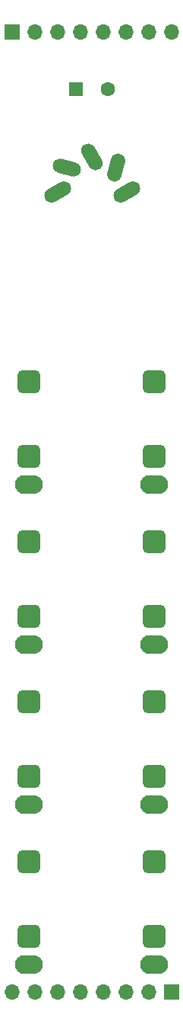
<source format=gbs>
G04 #@! TF.GenerationSoftware,KiCad,Pcbnew,8.0.0*
G04 #@! TF.CreationDate,2025-07-24T19:22:06+01:00*
G04 #@! TF.ProjectId,MidiToCvConnectors,4d696469-546f-4437-9643-6f6e6e656374,1_0*
G04 #@! TF.SameCoordinates,Original*
G04 #@! TF.FileFunction,Soldermask,Bot*
G04 #@! TF.FilePolarity,Negative*
%FSLAX46Y46*%
G04 Gerber Fmt 4.6, Leading zero omitted, Abs format (unit mm)*
G04 Created by KiCad (PCBNEW 8.0.0) date 2025-07-24 19:22:06*
%MOMM*%
%LPD*%
G01*
G04 APERTURE LIST*
G04 Aperture macros list*
%AMRoundRect*
0 Rectangle with rounded corners*
0 $1 Rounding radius*
0 $2 $3 $4 $5 $6 $7 $8 $9 X,Y pos of 4 corners*
0 Add a 4 corners polygon primitive as box body*
4,1,4,$2,$3,$4,$5,$6,$7,$8,$9,$2,$3,0*
0 Add four circle primitives for the rounded corners*
1,1,$1+$1,$2,$3*
1,1,$1+$1,$4,$5*
1,1,$1+$1,$6,$7*
1,1,$1+$1,$8,$9*
0 Add four rect primitives between the rounded corners*
20,1,$1+$1,$2,$3,$4,$5,0*
20,1,$1+$1,$4,$5,$6,$7,0*
20,1,$1+$1,$6,$7,$8,$9,0*
20,1,$1+$1,$8,$9,$2,$3,0*%
%AMHorizOval*
0 Thick line with rounded ends*
0 $1 width*
0 $2 $3 position (X,Y) of the first rounded end (center of the circle)*
0 $4 $5 position (X,Y) of the second rounded end (center of the circle)*
0 Add line between two ends*
20,1,$1,$2,$3,$4,$5,0*
0 Add two circle primitives to create the rounded ends*
1,1,$1,$2,$3*
1,1,$1,$4,$5*%
G04 Aperture macros list end*
%ADD10O,3.100000X2.100000*%
%ADD11RoundRect,0.650000X-0.650000X-0.650000X0.650000X-0.650000X0.650000X0.650000X-0.650000X0.650000X0*%
%ADD12HorizOval,1.600000X0.692820X0.400000X-0.692820X-0.400000X0*%
%ADD13HorizOval,1.600000X-0.400000X0.692820X0.400000X-0.692820X0*%
%ADD14HorizOval,1.600000X0.772741X-0.207055X-0.772741X0.207055X0*%
%ADD15HorizOval,1.600000X0.207055X0.772741X-0.207055X-0.772741X0*%
%ADD16RoundRect,0.250000X-0.550000X-0.550000X0.550000X-0.550000X0.550000X0.550000X-0.550000X0.550000X0*%
%ADD17C,1.600000*%
%ADD18R,1.700000X1.700000*%
%ADD19O,1.700000X1.700000*%
G04 APERTURE END LIST*
D10*
X46990000Y-131575000D03*
D11*
X46990000Y-120175000D03*
X46990000Y-128475000D03*
D10*
X33020000Y-113795000D03*
D11*
X33020000Y-102395000D03*
X33020000Y-110695000D03*
D10*
X46990000Y-113795000D03*
D11*
X46990000Y-102395000D03*
X46990000Y-110695000D03*
D10*
X33020000Y-96015000D03*
D11*
X33020000Y-84615000D03*
X33020000Y-92915000D03*
D10*
X46990000Y-96015000D03*
D11*
X46990000Y-84615000D03*
X46990000Y-92915000D03*
D10*
X33020000Y-149355000D03*
D11*
X33020000Y-137955000D03*
X33020000Y-146255000D03*
D12*
X36195000Y-63500000D03*
D13*
X40005000Y-59625000D03*
D12*
X43880000Y-63500000D03*
D14*
X37265000Y-60760000D03*
D15*
X42745000Y-60760000D03*
D10*
X33020000Y-131575000D03*
D11*
X33020000Y-120175000D03*
X33020000Y-128475000D03*
D10*
X46990000Y-149355000D03*
D11*
X46990000Y-137955000D03*
X46990000Y-146255000D03*
D16*
X38205000Y-52070000D03*
D17*
X41805000Y-52070000D03*
D18*
X48895000Y-152400000D03*
D19*
X46355000Y-152400000D03*
X43815000Y-152400000D03*
X41275000Y-152400000D03*
X38735000Y-152400000D03*
X36195000Y-152400000D03*
X33655000Y-152400000D03*
X31115000Y-152400000D03*
D18*
X31115000Y-45720000D03*
D19*
X33655000Y-45720000D03*
X36195000Y-45720000D03*
X38735000Y-45720000D03*
X41275000Y-45720000D03*
X43815000Y-45720000D03*
X46355000Y-45720000D03*
X48895000Y-45720000D03*
M02*

</source>
